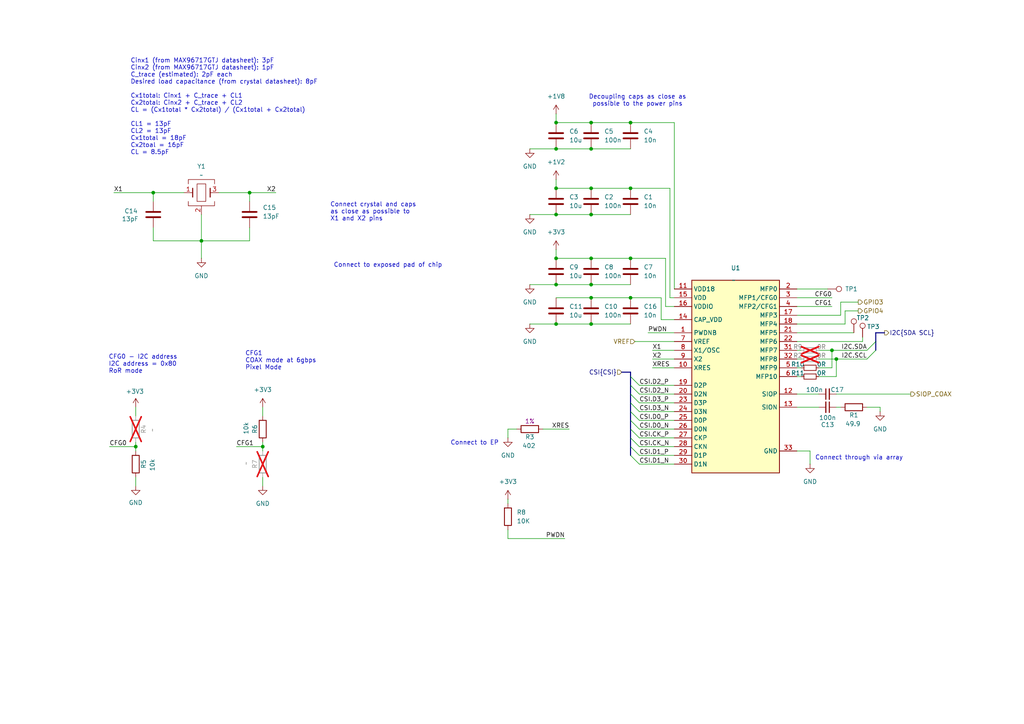
<source format=kicad_sch>
(kicad_sch (version 20231120) (generator "eeschema") (generator_version "8.0")
  (paper "A4")
  (lib_symbols
    (symbol "CameraServer_Symbols:EB2532YA08-25.000M_TR"
      (property "Reference" "Y" (at -0.762 8.128 0))
      (property "Value" "EB2532YA08-25.000M_TR" (at -11.684 5.842 0))
      (symbol "EB2532YA08-25.000M_TR_1_1"
        (polyline (pts (xy -2.54 1.27) (xy -2.54 -1.27)) (stroke (width 0.3)))
        (polyline (pts (xy 2.54 1.27) (xy 2.54 -1.27)) (stroke (width 0.3)))
        (polyline (pts (xy -3.81 2.54) (xy -3.81 3.81) (xy 3.81 3.81) (xy 3.81 2.54)))
        (polyline (pts (xy 3.81 -2.54) (xy 3.81 -3.81) (xy -3.81 -3.81) (xy -3.81 -2.54)))
        (polyline (pts (xy -1.27 -2.54) (xy -1.27 2.54) (xy 1.27 2.54) (xy 1.27 -2.54) (xy -1.27 -2.54)))
        (pin passive line (at -5.08 0 0) (length 2.54) (name "") (number "1"))
        (pin passive line (at 0 -6.35 90) (length 2.54) (name "") (number "2"))
        (pin passive line (at 5.08 0 180) (length 2.54) (name "") (number "3"))
        (pin passive line (at 0 -6.35 90) (length 2.54) hide (name "") (number "4"))
      )
    )
    (symbol "CameraServer_Symbols:MAX96717GTJ_VY+"
      (property "Reference" "IC" (at -0.762 29.718 0))
      (property "Value" "MAX96717GTJ_VY+" (at -8.636 27.686 0))
      (symbol "MAX96717GTJ_VY+_1_1"
        (rectangle (start -12.7 25.4) (end 12.7 -30.48) (stroke (width 0.254)) (fill (type background)))
        (pin passive line (at -17.78 10.16 0) (length 5.08) (name "PWDNB") (number "1"))
        (pin passive line (at -17.78 0 0) (length 5.08) (name "XRES") (number "10"))
        (pin passive line (at -17.78 22.86 0) (length 5.08) (name "VDD18") (number "11"))
        (pin passive line (at 17.78 -7.62 180) (length 5.08) (name "SIOP") (number "12"))
        (pin passive line (at 17.78 -11.43 180) (length 5.08) (name "SION") (number "13"))
        (pin passive line (at -17.78 13.97 0) (length 5.08) (name "CAP_VDD") (number "14"))
        (pin passive line (at -17.78 20.32 0) (length 5.08) (name "VDD") (number "15"))
        (pin passive line (at -17.78 17.78 0) (length 5.08) (name "VDDIO") (number "16"))
        (pin passive line (at 17.78 15.24 180) (length 5.08) (name "MFP3") (number "17"))
        (pin passive line (at 17.78 12.7 180) (length 5.08) (name "MFP4") (number "18"))
        (pin passive line (at -17.78 -5.08 0) (length 5.08) (name "D2P") (number "19"))
        (pin passive line (at 17.78 22.86 180) (length 5.08) (name "MFP0") (number "2"))
        (pin passive line (at -17.78 -7.62 0) (length 5.08) (name "D2N") (number "20"))
        (pin passive line (at 17.78 10.16 180) (length 5.08) (name "MFP5") (number "21"))
        (pin passive line (at 17.78 7.62 180) (length 5.08) (name "MFP6") (number "22"))
        (pin passive line (at -17.78 -10.16 0) (length 5.08) (name "D3P") (number "23"))
        (pin passive line (at -17.78 -12.7 0) (length 5.08) (name "D3N") (number "24"))
        (pin passive line (at -17.78 -15.24 0) (length 5.08) (name "D0P") (number "25"))
        (pin passive line (at -17.78 -17.78 0) (length 5.08) (name "D0N") (number "26"))
        (pin passive line (at -17.78 -20.32 0) (length 5.08) (name "CKP") (number "27"))
        (pin passive line (at -17.78 -22.86 0) (length 5.08) (name "CKN") (number "28"))
        (pin passive line (at -17.78 -25.4 0) (length 5.08) (name "D1P") (number "29"))
        (pin passive line (at 17.78 20.32 180) (length 5.08) (name "MFP1/CFG0") (number "3"))
        (pin passive line (at -17.78 -27.94 0) (length 5.08) (name "D1N") (number "30"))
        (pin passive line (at 17.78 5.08 180) (length 5.08) (name "MFP7") (number "31"))
        (pin passive line (at 17.78 2.54 180) (length 5.08) (name "MFP8") (number "32"))
        (pin passive line (at 17.78 -24.13 180) (length 5.08) (name "GND") (number "33"))
        (pin passive line (at 17.78 17.78 180) (length 5.08) (name "MFP2/CFG1") (number "4"))
        (pin passive line (at 17.78 0 180) (length 5.08) (name "MFP9") (number "5"))
        (pin passive line (at 17.78 -2.54 180) (length 5.08) (name "MFP10") (number "6"))
        (pin passive line (at -17.78 7.62 0) (length 5.08) (name "VREF") (number "7"))
        (pin passive line (at -17.78 5.08 0) (length 5.08) (name "X1/OSC") (number "8"))
        (pin passive line (at -17.78 2.54 0) (length 5.08) (name "X2") (number "9"))
      )
    )
    (symbol "Connector:TestPoint" (pin_numbers hide) (pin_names (offset 0.762) hide)
      (property "Reference" "TP" (at 0 6.858 0))
      (property "Value" "TestPoint" (at 0 5.08 0))
      (symbol "TestPoint_0_1"
        (circle (center 0 3.302) (radius 0.762))
      )
      (symbol "TestPoint_1_1"
        (pin passive line (at 0 0 90) (length 2.54) (name "1") (number "1"))
      )
    )
    (symbol "Device:C" (pin_numbers hide) (pin_names (offset 0.254))
      (property "Reference" "C" (at 0.635 2.54 0))
      (property "Value" "C" (at 0.635 -2.54 0))
      (symbol "C_0_1"
        (polyline (pts (xy -2.032 -0.762) (xy 2.032 -0.762)) (stroke (width 0.508)))
        (polyline (pts (xy -2.032 0.762) (xy 2.032 0.762)) (stroke (width 0.508)))
      )
      (symbol "C_1_1"
        (pin passive line (at 0 3.81 270) (length 2.794) (name "~") (number "1"))
        (pin passive line (at 0 -3.81 90) (length 2.794) (name "~") (number "2"))
      )
    )
    (symbol "Device:C_Small" (pin_numbers hide) (pin_names (offset 0.254) hide)
      (property "Reference" "C" (at 0.254 1.778 0))
      (property "Value" "C_Small" (at 0.254 -2.032 0))
      (symbol "C_Small_0_1"
        (polyline (pts (xy -1.524 -0.508) (xy 1.524 -0.508)) (stroke (width 0.3302)))
        (polyline (pts (xy -1.524 0.508) (xy 1.524 0.508)) (stroke (width 0.3048)))
      )
      (symbol "C_Small_1_1"
        (pin passive line (at 0 2.54 270) (length 2.032) (name "~") (number "1"))
        (pin passive line (at 0 -2.54 90) (length 2.032) (name "~") (number "2"))
      )
    )
    (symbol "Device:R" (pin_numbers hide) (pin_names (offset 0))
      (property "Reference" "R" (at 2.032 0 90))
      (property "Value" "R" (at 0 0 90))
      (symbol "R_0_1"
        (rectangle (start -1.016 -2.54) (end 1.016 2.54) (stroke (width 0.254)))
      )
      (symbol "R_1_1"
        (pin passive line (at 0 3.81 270) (length 1.27) (name "~") (number "1"))
        (pin passive line (at 0 -3.81 90) (length 1.27) (name "~") (number "2"))
      )
    )
    (symbol "Device:R_Small" (pin_numbers hide) (pin_names (offset 0.254) hide)
      (property "Reference" "R" (at 0.762 0.508 0))
      (property "Value" "R_Small" (at 0.762 -1.016 0))
      (symbol "R_Small_0_1"
        (rectangle (start -0.762 1.778) (end 0.762 -1.778) (stroke (width 0.2032)))
      )
      (symbol "R_Small_1_1"
        (pin passive line (at 0 2.54 270) (length 0.762) (name "~") (number "1"))
        (pin passive line (at 0 -2.54 90) (length 0.762) (name "~") (number "2"))
      )
    )
    (symbol "power:+1V2" (power) (pin_numbers hide) (pin_names (offset 0) hide)
      (property "Value" "+1V2" (at 0 3.556 0))
      (symbol "+1V2_0_1"
        (polyline (pts (xy -0.762 1.27) (xy 0 2.54)))
        (polyline (pts (xy 0 0) (xy 0 2.54)))
        (polyline (pts (xy 0 2.54) (xy 0.762 1.27)))
      )
      (symbol "+1V2_1_1"
        (pin power_in line (at 0 0 90) (length 0) (name "~") (number "1"))
      )
    )
    (symbol "power:+1V8" (power) (pin_numbers hide) (pin_names (offset 0) hide)
      (property "Value" "+1V8" (at 0 3.556 0))
      (symbol "+1V8_0_1"
        (polyline (pts (xy -0.762 1.27) (xy 0 2.54)))
        (polyline (pts (xy 0 0) (xy 0 2.54)))
        (polyline (pts (xy 0 2.54) (xy 0.762 1.27)))
      )
      (symbol "+1V8_1_1"
        (pin power_in line (at 0 0 90) (length 0) (name "~") (number "1"))
      )
    )
    (symbol "power:+3V3" (power) (pin_numbers hide) (pin_names (offset 0) hide)
      (property "Value" "+3V3" (at 0 3.556 0))
      (symbol "+3V3_0_1"
        (polyline (pts (xy -0.762 1.27) (xy 0 2.54)))
        (polyline (pts (xy 0 0) (xy 0 2.54)))
        (polyline (pts (xy 0 2.54) (xy 0.762 1.27)))
      )
      (symbol "+3V3_1_1"
        (pin power_in line (at 0 0 90) (length 0) (name "~") (number "1"))
      )
    )
    (symbol "power:GND" (power) (pin_numbers hide) (pin_names (offset 0) hide)
      (property "Value" "GND" (at 0 -3.81 0))
      (symbol "GND_0_1"
        (polyline (pts (xy 0 0) (xy 0 -1.27) (xy 1.27 -1.27) (xy 0 -2.54) (xy -1.27 -1.27) (xy 0 -1.27)))
      )
      (symbol "GND_1_1"
        (pin power_in line (at 0 0 270) (length 0) (name "~") (number "1"))
      )
    )
  )
  (bus_alias "CSI" (members "D0_P" "D0_N" "D1_P" "D1_N" "D2_P" "D2_N" "D3_P" "D3_N" "CK_P" "CK_N"))
  (bus_alias "I2C" (members "SDA" "SCL"))
  (junction (at 171.45 74.93))
  (junction (at 72.39 55.88))
  (junction (at 171.45 86.36))
  (junction (at 161.29 74.93))
  (junction (at 171.45 35.56))
  (junction (at 161.29 62.23))
  (junction (at 242.57 104.14))
  (junction (at 161.29 93.98))
  (junction (at 161.29 35.56))
  (junction (at 171.45 82.55))
  (junction (at 171.45 54.61))
  (junction (at 182.88 54.61))
  (junction (at 182.88 86.36))
  (junction (at 161.29 43.18))
  (junction (at 161.29 54.61))
  (junction (at 161.29 82.55))
  (junction (at 171.45 93.98))
  (junction (at 182.88 35.56))
  (junction (at 241.3 101.6))
  (junction (at 39.37 129.54))
  (junction (at 182.88 74.93))
  (junction (at 44.45 55.88))
  (junction (at 76.2 129.54))
  (junction (at 171.45 43.18))
  (junction (at 171.45 62.23))
  (junction (at 58.42 69.85))
  (bus_entry (at 182.88 111.76) (size 2.54 2.54))
  (bus_entry (at 182.88 114.3) (size 2.54 2.54))
  (bus_entry (at 182.88 116.84) (size 2.54 2.54))
  (bus_entry (at 182.88 109.22) (size 2.54 2.54))
  (bus_entry (at 182.88 129.54) (size 2.54 2.54))
  (bus_entry (at 182.88 121.92) (size 2.54 2.54))
  (bus_entry (at 254 99.06) (size -2.54 2.54))
  (bus_entry (at 254 101.6) (size -2.54 2.54))
  (bus_entry (at 182.88 119.38) (size 2.54 2.54))
  (bus_entry (at 182.88 127) (size 2.54 2.54))
  (bus_entry (at 182.88 124.46) (size 2.54 2.54))
  (bus_entry (at 182.88 132.08) (size 2.54 2.54))
  (wire (pts (xy 161.29 35.56) (xy 171.45 35.56)))
  (wire (pts (xy 171.45 43.18) (xy 182.88 43.18)))
  (wire (pts (xy 72.39 55.88) (xy 80.01 55.88)))
  (wire (pts (xy 231.14 130.81) (xy 234.95 130.81)))
  (wire (pts (xy 58.42 69.85) (xy 72.39 69.85)))
  (wire (pts (xy 193.04 74.93) (xy 193.04 88.9)))
  (wire (pts (xy 44.45 66.04) (xy 44.45 69.85)))
  (wire (pts (xy 171.45 35.56) (xy 182.88 35.56)))
  (wire (pts (xy 39.37 129.54) (xy 31.75 129.54)))
  (wire (pts (xy 237.49 118.11) (xy 231.14 118.11)))
  (wire (pts (xy 171.45 86.36) (xy 182.88 86.36)))
  (wire (pts (xy 39.37 129.54) (xy 39.37 130.81)))
  (wire (pts (xy 237.49 109.22) (xy 242.57 109.22)))
  (wire (pts (xy 185.42 127) (xy 195.58 127)))
  (bus (pts (xy 182.88 109.22) (xy 182.88 107.95)))
  (bus (pts (xy 182.88 114.3) (xy 182.88 111.76)))
  (bus (pts (xy 182.88 132.08) (xy 182.88 129.54)))
  (wire (pts (xy 76.2 138.43) (xy 76.2 140.97)))
  (wire (pts (xy 231.14 88.9) (xy 241.3 88.9)))
  (bus (pts (xy 182.88 107.95) (xy 180.34 107.95)))
  (wire (pts (xy 185.42 121.92) (xy 195.58 121.92)))
  (wire (pts (xy 39.37 138.43) (xy 39.37 140.97)))
  (wire (pts (xy 191.77 86.36) (xy 182.88 86.36)))
  (wire (pts (xy 185.42 124.46) (xy 195.58 124.46)))
  (wire (pts (xy 234.95 130.81) (xy 234.95 134.62)))
  (bus (pts (xy 182.88 119.38) (xy 182.88 116.84)))
  (bus (pts (xy 182.88 116.84) (xy 182.88 114.3)))
  (wire (pts (xy 187.96 96.52) (xy 195.58 96.52)))
  (wire (pts (xy 72.39 55.88) (xy 72.39 58.42)))
  (wire (pts (xy 231.14 101.6) (xy 232.41 101.6)))
  (wire (pts (xy 161.29 93.98) (xy 171.45 93.98)))
  (wire (pts (xy 195.58 35.56) (xy 182.88 35.56)))
  (wire (pts (xy 255.27 118.11) (xy 255.27 119.38)))
  (wire (pts (xy 185.42 116.84) (xy 195.58 116.84)))
  (wire (pts (xy 147.32 153.67) (xy 147.32 156.21)))
  (bus (pts (xy 182.88 127) (xy 182.88 124.46)))
  (wire (pts (xy 185.42 111.76) (xy 195.58 111.76)))
  (wire (pts (xy 231.14 96.52) (xy 247.65 96.52)))
  (wire (pts (xy 161.29 33.02) (xy 161.29 35.56)))
  (wire (pts (xy 243.84 87.63) (xy 248.92 87.63)))
  (wire (pts (xy 161.29 74.93) (xy 171.45 74.93)))
  (wire (pts (xy 39.37 118.11) (xy 39.37 120.65)))
  (wire (pts (xy 237.49 104.14) (xy 242.57 104.14)))
  (bus (pts (xy 254 99.06) (xy 254 101.6)))
  (wire (pts (xy 153.67 93.98) (xy 161.29 93.98)))
  (wire (pts (xy 161.29 62.23) (xy 171.45 62.23)))
  (wire (pts (xy 231.14 99.06) (xy 250.19 99.06)))
  (wire (pts (xy 44.45 55.88) (xy 44.45 58.42)))
  (wire (pts (xy 245.11 90.17) (xy 248.92 90.17)))
  (wire (pts (xy 242.57 109.22) (xy 242.57 104.14)))
  (wire (pts (xy 231.14 86.36) (xy 241.3 86.36)))
  (bus (pts (xy 182.88 124.46) (xy 182.88 121.92)))
  (wire (pts (xy 171.45 93.98) (xy 182.88 93.98)))
  (wire (pts (xy 195.58 83.82) (xy 195.58 35.56)))
  (wire (pts (xy 189.23 106.68) (xy 195.58 106.68)))
  (wire (pts (xy 245.11 93.98) (xy 231.14 93.98)))
  (wire (pts (xy 182.88 74.93) (xy 193.04 74.93)))
  (wire (pts (xy 76.2 129.54) (xy 76.2 130.81)))
  (wire (pts (xy 44.45 69.85) (xy 58.42 69.85)))
  (wire (pts (xy 194.31 86.36) (xy 195.58 86.36)))
  (wire (pts (xy 58.42 62.23) (xy 58.42 69.85)))
  (wire (pts (xy 72.39 66.04) (xy 72.39 69.85)))
  (wire (pts (xy 243.84 87.63) (xy 243.84 91.44)))
  (wire (pts (xy 245.11 90.17) (xy 245.11 93.98)))
  (wire (pts (xy 63.5 55.88) (xy 72.39 55.88)))
  (wire (pts (xy 58.42 69.85) (xy 58.42 74.93)))
  (wire (pts (xy 147.32 124.46) (xy 147.32 127)))
  (wire (pts (xy 231.14 104.14) (xy 232.41 104.14)))
  (wire (pts (xy 171.45 74.93) (xy 182.88 74.93)))
  (wire (pts (xy 39.37 128.27) (xy 39.37 129.54)))
  (wire (pts (xy 185.42 114.3) (xy 195.58 114.3)))
  (bus (pts (xy 182.88 121.92) (xy 182.88 119.38)))
  (wire (pts (xy 76.2 118.11) (xy 76.2 120.65)))
  (wire (pts (xy 185.42 129.54) (xy 195.58 129.54)))
  (wire (pts (xy 237.49 106.68) (xy 241.3 106.68)))
  (wire (pts (xy 241.3 101.6) (xy 251.46 101.6)))
  (wire (pts (xy 161.29 54.61) (xy 171.45 54.61)))
  (wire (pts (xy 161.29 43.18) (xy 171.45 43.18)))
  (wire (pts (xy 161.29 72.39) (xy 161.29 74.93)))
  (bus (pts (xy 254 96.52) (xy 254 99.06)))
  (wire (pts (xy 189.23 101.6) (xy 195.58 101.6)))
  (wire (pts (xy 191.77 92.71) (xy 191.77 86.36)))
  (wire (pts (xy 237.49 101.6) (xy 241.3 101.6)))
  (wire (pts (xy 237.49 114.3) (xy 231.14 114.3)))
  (wire (pts (xy 185.42 134.62) (xy 195.58 134.62)))
  (wire (pts (xy 171.45 54.61) (xy 182.88 54.61)))
  (wire (pts (xy 153.67 62.23) (xy 161.29 62.23)))
  (wire (pts (xy 171.45 86.36) (xy 161.29 86.36)))
  (wire (pts (xy 33.02 55.88) (xy 44.45 55.88)))
  (wire (pts (xy 171.45 62.23) (xy 182.88 62.23)))
  (wire (pts (xy 189.23 104.14) (xy 195.58 104.14)))
  (wire (pts (xy 242.57 118.11) (xy 243.84 118.11)))
  (wire (pts (xy 147.32 144.78) (xy 147.32 146.05)))
  (wire (pts (xy 161.29 82.55) (xy 171.45 82.55)))
  (wire (pts (xy 251.46 118.11) (xy 255.27 118.11)))
  (wire (pts (xy 195.58 92.71) (xy 191.77 92.71)))
  (wire (pts (xy 231.14 109.22) (xy 232.41 109.22)))
  (wire (pts (xy 241.3 106.68) (xy 241.3 101.6)))
  (wire (pts (xy 243.84 91.44) (xy 231.14 91.44)))
  (wire (pts (xy 194.31 54.61) (xy 182.88 54.61)))
  (wire (pts (xy 193.04 88.9) (xy 195.58 88.9)))
  (wire (pts (xy 163.83 156.21) (xy 147.32 156.21)))
  (wire (pts (xy 68.58 129.54) (xy 76.2 129.54)))
  (wire (pts (xy 161.29 52.07) (xy 161.29 54.61)))
  (wire (pts (xy 242.57 104.14) (xy 251.46 104.14)))
  (wire (pts (xy 185.42 132.08) (xy 195.58 132.08)))
  (wire (pts (xy 250.19 99.06) (xy 250.19 97.79)))
  (wire (pts (xy 185.42 119.38) (xy 195.58 119.38)))
  (wire (pts (xy 76.2 128.27) (xy 76.2 129.54)))
  (bus (pts (xy 182.88 111.76) (xy 182.88 109.22)))
  (wire (pts (xy 153.67 82.55) (xy 161.29 82.55)))
  (bus (pts (xy 254 96.52) (xy 256.54 96.52)))
  (wire (pts (xy 157.48 124.46) (xy 165.1 124.46)))
  (wire (pts (xy 44.45 55.88) (xy 53.34 55.88)))
  (wire (pts (xy 231.14 106.68) (xy 232.41 106.68)))
  (wire (pts (xy 153.67 43.18) (xy 161.29 43.18)))
  (wire (pts (xy 149.86 124.46) (xy 147.32 124.46)))
  (bus (pts (xy 182.88 129.54) (xy 182.88 127)))
  (wire (pts (xy 231.14 83.82) (xy 240.03 83.82)))
  (wire (pts (xy 194.31 54.61) (xy 194.31 86.36)))
  (wire (pts (xy 171.45 82.55) (xy 182.88 82.55)))
  (wire (pts (xy 184.15 99.06) (xy 195.58 99.06)))
  (wire (pts (xy 242.57 114.3) (xy 264.16 114.3)))
  (text "CFG1\nCOAX mode at 6gbps\nPixel Mode" (at 71.12 104.648 0) (effects (font (size 1.27 1.27)) (justify left)))
  (text "Connect through via array" (at 249.174 132.842 0) (effects (font (size 1.27 1.27))))
  (text "Connect to exposed pad of chip" (at 112.522 76.962 0) (effects (font (size 1.27 1.27))))
  (text "CFG0 - I2C address\nI2C address = 0x80\nRoR mode" (at 31.496 105.664 0) (effects (font (size 1.27 1.27)) (justify left)))
  (text "Cinx1 (from MAX96717GTJ datasheet): 3pF\nCinx2 (from MAX96717GTJ datasheet): 1pF\nC_trace (estimated): 2pF each\nDesired load capacitance (from crystal datasheet): 8pF\n\nCx1total: Cinx1 + C_trace + CL1\nCx2total: Cinx2 + C_trace + CL2\nCL = (Cx1total * Cx2total) / (Cx1total + Cx2total)\n\nCL1 = 13pF\nCL2 = 13pF\nCx1total = 18pF\nCx2toal = 16pF\nCL = 8.5pF" (at 37.846 30.988 0) (effects (font (size 1.27 1.27)) (justify left)))
  (text "Connect crystal and caps \nas close as possible to \nX1 and X2 pins" (at 95.758 61.468 0) (effects (font (size 1.27 1.27)) (justify left)))
  (text "Connect to EP" (at 137.668 128.524 0) (effects (font (size 1.27 1.27))))
  (text "Decoupling caps as close as\npossible to the power pins" (at 184.912 29.21 0) (effects (font (size 1.27 1.27))))
  (label "CSI.D1_N" (at 185.42 134.62 0))
  (label "CSI.D1_P" (at 185.42 132.08 0))
  (label "X2" (at 189.23 104.14 0))
  (label "PWDN" (at 163.83 156.21 180))
  (label "CSI.D2_N" (at 185.42 114.3 0))
  (label "CSI.D3_P" (at 185.42 116.84 0))
  (label "CFG0" (at 241.3 86.36 180))
  (label "CFG1" (at 68.58 129.54 0))
  (label "CSI.D0_P" (at 185.42 121.92 0))
  (label "CFG1" (at 241.3 88.9 180))
  (label "I2C.SDA" (at 251.46 101.6 180))
  (label "CSI.D0_N" (at 185.42 124.46 0))
  (label "X1" (at 33.02 55.88 0))
  (label "PWDN" (at 187.96 96.52 0))
  (label "CFG0" (at 31.75 129.54 0))
  (label "CSI.CK_P" (at 185.42 127 0))
  (label "CSI.D3_N" (at 185.42 119.38 0))
  (label "CSI.D2_P" (at 185.42 111.76 0))
  (label "X2" (at 80.01 55.88 180))
  (label "I2C.SCL" (at 251.46 104.14 180))
  (label "XRES" (at 189.23 106.68 0))
  (label "CSI.CK_N" (at 185.42 129.54 0))
  (label "XRES" (at 165.1 124.46 180))
  (label "X1" (at 189.23 101.6 0))
  (hierarchical_label "SIOP_COAX" (shape output) (at 264.16 114.3 0))
  (hierarchical_label "GPIO4" (shape output) (at 248.92 90.17 0))
  (hierarchical_label "I2C{SDA SCL}" (shape output) (at 256.54 96.52 0))
  (hierarchical_label "VREF" (shape input) (at 184.15 99.06 180))
  (hierarchical_label "CSI{CSI}" (shape input) (at 180.34 107.95 180))
  (hierarchical_label "GPIO3" (shape output) (at 248.92 87.63 0))
  (symbol (lib_id "Device:C") (at 171.45 39.37 0) (unit 1)
    (property "Reference" "C5" (at 175.26 38.0999 0) (effects (justify left)))
    (property "Value" "100n" (at 175.26 40.6399 0) (effects (justify left)))
    (property "Footprint" "Capacitor_SMD:C_0402_1005Metric_Pad0.74x0.62mm_HandSolder" (effects (hide yes)))
    (property "Description" "Unpolarized capacitor" (effects (hide yes)))
  )
  (symbol (lib_id "Device:C_Small") (at 240.03 118.11 270) (unit 1)
    (property "Reference" "C13" (at 240.03 123.19 90))
    (property "Value" "100n" (at 240.03 121.158 90))
    (property "Footprint" "Capacitor_SMD:C_0402_1005Metric_Pad0.74x0.62mm_HandSolder" (effects (hide yes)))
    (property "Description" "Unpolarized capacitor, small symbol" (effects (hide yes)))
  )
  (symbol (lib_id "Device:R_Small") (at 234.95 101.6 90) (unit 1) (in_bom no) (dnp yes)
    (property "Reference" "R9" (at 231.394 100.584 90))
    (property "Value" "0R" (at 238.252 100.584 90))
    (property "Footprint" "Resistor_SMD:R_0402_1005Metric_Pad0.72x0.64mm_HandSolder" (effects (hide yes)))
    (property "Description" "Resistor, small symbol" (effects (hide yes)))
  )
  (symbol (lib_id "power:GND") (at 153.67 82.55 0) (unit 1)
    (property "Reference" "#PWR06" (effects (hide yes)))
    (property "Value" "GND" (at 153.67 87.63 0))
    (property "Description" "Power symbol creates a global label with name \"GND\" , ground" (effects (hide yes)))
  )
  (symbol (lib_id "Device:C") (at 171.45 90.17 0) (unit 1)
    (property "Reference" "C10" (at 175.26 88.8999 0) (effects (justify left)))
    (property "Value" "100n" (at 175.26 91.4399 0) (effects (justify left)))
    (property "Footprint" "Capacitor_SMD:C_0402_1005Metric_Pad0.74x0.62mm_HandSolder" (effects (hide yes)))
    (property "Description" "Unpolarized capacitor" (effects (hide yes)))
  )
  (symbol (lib_id "Device:C") (at 171.45 58.42 0) (unit 1)
    (property "Reference" "C2" (at 175.26 57.1499 0) (effects (justify left)))
    (property "Value" "100n" (at 175.26 59.6899 0) (effects (justify left)))
    (property "Footprint" "Capacitor_SMD:C_0402_1005Metric_Pad0.74x0.62mm_HandSolder" (effects (hide yes)))
    (property "Description" "Unpolarized capacitor" (effects (hide yes)))
  )
  (symbol (lib_id "power:GND") (at 39.37 140.97 0) (unit 1)
    (property "Reference" "#PWR012" (effects (hide yes)))
    (property "Value" "GND" (at 41.402 145.796 0) (effects (justify right)))
    (property "Description" "Power symbol creates a global label with name \"GND\" , ground" (effects (hide yes)))
  )
  (symbol (lib_id "Device:R") (at 39.37 124.46 180) (unit 1) (in_bom no) (dnp yes)
    (property "Reference" "R4" (at 41.656 124.46 90))
    (property "Value" "~" (at 44.196 124.714 90))
    (property "Footprint" "Resistor_SMD:R_0402_1005Metric_Pad0.72x0.64mm_HandSolder" (effects (hide yes)))
    (property "Description" "Resistor" (effects (hide yes)))
  )
  (symbol (lib_id "Connector:TestPoint") (at 240.03 83.82 270) (unit 1)
    (property "Reference" "TP1" (at 245.11 83.82 90) (effects (justify left)))
    (property "Value" "TestPoint" (effects (hide yes)))
    (property "Footprint" "TestPoint:TestPoint_Pad_D1.0mm" (effects (hide yes)))
    (property "Description" "test point" (effects (hide yes)))
  )
  (symbol (lib_id "CameraServer_Symbols:EB2532YA08-25.000M_TR") (at 58.42 55.88 0) (unit 1)
    (property "Reference" "Y1" (at 58.42 48.26 0))
    (property "Value" "~" (at 58.42 50.8 0))
    (property "Footprint" "CameraServer_Footprints:EB2532YA08-25.000M_TR" (effects (hide yes)))
    (property "Datasheet" "https://abracon.com/datasheets/Ecliptek/EB2532.pdf" (effects (hide yes)))
    (property "Description" "Resonators 25MHz 30ppm 8pF -40+125C AEC-Q200" (effects (hide yes)))
    (property "Height" "0.8" (effects (hide yes)))
    (property "Mouser Part Number" "669-EB2532YA08-25T" (effects (hide yes)))
    (property "Mouser Price/Stock" "https://www.mouser.co.uk/ProductDetail/Ecliptek-Abracon/EB2532YA08-25.000M-TR?qs=uwxL4vQweFM%252B744FX6du8g%3D%3D" (effects (hide yes)))
    (property "Manufacturer_Name" "Ecliptek" (effects (hide yes)))
    (property "Manufacturer_Part_Number" "EB2532YA08-25.000M TR" (effects (hide yes)))
  )
  (symbol (lib_id "power:GND") (at 153.67 93.98 0) (unit 1)
    (property "Reference" "#PWR07" (effects (hide yes)))
    (property "Value" "GND" (at 153.67 99.06 0))
    (property "Description" "Power symbol creates a global label with name \"GND\" , ground" (effects (hide yes)))
  )
  (symbol (lib_id "Device:C") (at 161.29 78.74 0) (unit 1)
    (property "Reference" "C9" (at 165.1 77.4699 0) (effects (justify left)))
    (property "Value" "10u" (at 165.1 80.0099 0) (effects (justify left)))
    (property "Footprint" "Capacitor_SMD:C_0402_1005Metric_Pad0.74x0.62mm_HandSolder" (effects (hide yes)))
    (property "Description" "Unpolarized capacitor" (effects (hide yes)))
  )
  (symbol (lib_id "Device:R_Small") (at 234.95 104.14 90) (unit 1) (in_bom no) (dnp yes)
    (property "Reference" "R2" (at 231.394 103.124 90))
    (property "Value" "0R" (at 238.252 103.124 90))
    (property "Footprint" "Resistor_SMD:R_0402_1005Metric_Pad0.72x0.64mm_HandSolder" (effects (hide yes)))
    (property "Description" "Resistor, small symbol" (effects (hide yes)))
  )
  (symbol (lib_id "Device:C_Small") (at 240.03 114.3 90) (unit 1)
    (property "Reference" "C17" (at 242.824 113.03 90))
    (property "Value" "100n" (at 236.22 113.03 90))
    (property "Footprint" "Capacitor_SMD:C_0402_1005Metric_Pad0.74x0.62mm_HandSolder" (effects (hide yes)))
    (property "Description" "Unpolarized capacitor, small symbol" (effects (hide yes)))
  )
  (symbol (lib_id "power:GND") (at 153.67 62.23 0) (unit 1)
    (property "Reference" "#PWR02" (effects (hide yes)))
    (property "Value" "GND" (at 153.67 67.31 0))
    (property "Description" "Power symbol creates a global label with name \"GND\" , ground" (effects (hide yes)))
  )
  (symbol (lib_id "Device:R") (at 147.32 149.86 0) (unit 1)
    (property "Reference" "R8" (at 149.86 148.5899 0) (effects (justify left)))
    (property "Value" "10K" (at 149.86 151.1299 0) (effects (justify left)))
    (property "Footprint" "Resistor_SMD:R_0402_1005Metric_Pad0.72x0.64mm_HandSolder" (effects (hide yes)))
    (property "Description" "Resistor" (effects (hide yes)))
  )
  (symbol (lib_id "Device:R") (at 76.2 134.62 0) (unit 1) (in_bom no) (dnp yes)
    (property "Reference" "R7" (at 73.914 134.62 90))
    (property "Value" "~" (at 71.374 134.366 90))
    (property "Footprint" "Resistor_SMD:R_0402_1005Metric_Pad0.72x0.64mm_HandSolder" (effects (hide yes)))
    (property "Description" "Resistor" (effects (hide yes)))
  )
  (symbol (lib_id "power:+1V8") (at 161.29 33.02 0) (unit 1)
    (property "Reference" "#PWR03" (effects (hide yes)))
    (property "Value" "+1V8" (at 161.29 27.94 0))
    (property "Description" "Power symbol creates a global label with name \"+1V8\"" (effects (hide yes)))
  )
  (symbol (lib_id "Device:R_Small") (at 234.95 106.68 90) (unit 1)
    (property "Reference" "R10" (at 231.394 105.664 90))
    (property "Value" "0R" (at 238.252 105.664 90))
    (property "Footprint" "Resistor_SMD:R_0402_1005Metric_Pad0.72x0.64mm_HandSolder" (effects (hide yes)))
    (property "Description" "Resistor, small symbol" (effects (hide yes)))
  )
  (symbol (lib_id "Device:C") (at 182.88 90.17 0) (unit 1)
    (property "Reference" "C16" (at 186.69 88.8999 0) (effects (justify left)))
    (property "Value" "10n" (at 186.69 91.4399 0) (effects (justify left)))
    (property "Footprint" "Capacitor_SMD:C_0402_1005Metric_Pad0.74x0.62mm_HandSolder" (effects (hide yes)))
    (property "Description" "Unpolarized capacitor" (effects (hide yes)))
  )
  (symbol (lib_id "Device:C") (at 171.45 78.74 0) (unit 1)
    (property "Reference" "C8" (at 175.26 77.4699 0) (effects (justify left)))
    (property "Value" "100n" (at 175.26 80.0099 0) (effects (justify left)))
    (property "Footprint" "Capacitor_SMD:C_0402_1005Metric_Pad0.74x0.62mm_HandSolder" (effects (hide yes)))
    (property "Description" "Unpolarized capacitor" (effects (hide yes)))
  )
  (symbol (lib_id "Device:R_Small") (at 234.95 109.22 90) (unit 1)
    (property "Reference" "R11" (at 231.394 108.204 90))
    (property "Value" "0R" (at 238.252 108.204 90))
    (property "Footprint" "Resistor_SMD:R_0402_1005Metric_Pad0.72x0.64mm_HandSolder" (effects (hide yes)))
    (property "Description" "Resistor, small symbol" (effects (hide yes)))
  )
  (symbol (lib_id "Device:C") (at 161.29 58.42 0) (unit 1)
    (property "Reference" "C3" (at 165.1 57.1499 0) (effects (justify left)))
    (property "Value" "10u" (at 165.1 59.6899 0) (effects (justify left)))
    (property "Footprint" "Capacitor_SMD:C_0402_1005Metric_Pad0.74x0.62mm_HandSolder" (effects (hide yes)))
    (property "Description" "Unpolarized capacitor" (effects (hide yes)))
  )
  (symbol (lib_id "Device:R") (at 153.67 124.46 90) (unit 1)
    (property "Reference" "R3" (at 153.67 126.746 90))
    (property "Value" "402" (at 153.416 129.286 90))
    (property "Footprint" "Resistor_SMD:R_0402_1005Metric" (effects (hide yes)))
    (property "Description" "Resistor" (effects (hide yes)))
    (property "Tolerance" "1%" (at 153.67 122.174 90))
  )
  (symbol (lib_id "Connector:TestPoint") (at 250.19 97.79 0) (unit 1)
    (property "Reference" "TP3" (at 251.46 94.742 0) (effects (justify left)))
    (property "Value" "TestPoint" (effects (hide yes)))
    (property "Footprint" "TestPoint:TestPoint_Pad_D1.0mm" (effects (hide yes)))
    (property "Description" "test point" (effects (hide yes)))
  )
  (symbol (lib_id "power:GND") (at 153.67 43.18 0) (unit 1)
    (property "Reference" "#PWR04" (effects (hide yes)))
    (property "Value" "GND" (at 153.67 48.26 0))
    (property "Description" "Power symbol creates a global label with name \"GND\" , ground" (effects (hide yes)))
  )
  (symbol (lib_id "Device:C") (at 72.39 62.23 0) (unit 1)
    (property "Reference" "C15" (at 76.2 60.198 0) (effects (justify left)))
    (property "Value" "13pF" (at 76.2 62.738 0) (effects (justify left)))
    (property "Footprint" "Capacitor_SMD:C_0402_1005Metric" (effects (hide yes)))
    (property "Datasheet" "https://content.kemet.com/datasheets/KEM_C1030_CBR_SMD.pdf" (effects (hide yes)))
    (property "Description" "Unpolarized capacitor" (effects (hide yes)))
  )
  (symbol (lib_id "power:+3V3") (at 161.29 72.39 0) (unit 1)
    (property "Reference" "#PWR05" (effects (hide yes)))
    (property "Value" "+3V3" (at 161.29 67.31 0))
    (property "Description" "Power symbol creates a global label with name \"+3V3\"" (effects (hide yes)))
  )
  (symbol (lib_id "Device:R") (at 76.2 124.46 0) (unit 1)
    (property "Reference" "R6" (at 73.914 124.46 90))
    (property "Value" "10k" (at 71.374 124.206 90))
    (property "Footprint" "Resistor_SMD:R_0402_1005Metric_Pad0.72x0.64mm_HandSolder" (effects (hide yes)))
    (property "Description" "Resistor" (effects (hide yes)))
  )
  (symbol (lib_id "power:GND") (at 58.42 74.93 0) (unit 1)
    (property "Reference" "#PWR09" (effects (hide yes)))
    (property "Value" "GND" (at 58.42 80.01 0))
    (property "Description" "Power symbol creates a global label with name \"GND\" , ground" (effects (hide yes)))
  )
  (symbol (lib_id "power:GND") (at 147.32 127 0) (unit 1)
    (property "Reference" "#PWR08" (effects (hide yes)))
    (property "Value" "GND" (at 147.32 132.08 0))
    (property "Description" "Power symbol creates a global label with name \"GND\" , ground" (effects (hide yes)))
  )
  (symbol (lib_id "Device:C") (at 161.29 39.37 0) (unit 1)
    (property "Reference" "C6" (at 165.1 38.0999 0) (effects (justify left)))
    (property "Value" "10u" (at 165.1 40.6399 0) (effects (justify left)))
    (property "Footprint" "Capacitor_SMD:C_0402_1005Metric_Pad0.74x0.62mm_HandSolder" (effects (hide yes)))
    (property "Description" "Unpolarized capacitor" (effects (hide yes)))
  )
  (symbol (lib_id "power:+3V3") (at 39.37 118.11 0) (unit 1)
    (property "Reference" "#PWR010" (effects (hide yes)))
    (property "Value" "+3V3" (at 39.116 113.538 0))
    (property "Description" "Power symbol creates a global label with name \"+3V3\"" (effects (hide yes)))
  )
  (symbol (lib_id "CameraServer_Symbols:MAX96717GTJ_VY+") (at 213.36 106.68 0) (unit 1)
    (property "Reference" "U1" (at 213.36 77.724 0))
    (property "Value" "~" (at 212.8014 81.28 0))
    (property "Footprint" "CameraServer_Footprints:QFN50P500X500X80-33N" (effects (hide yes)))
    (property "Datasheet" "https://www.analog.com/en/products/max96717.html" (effects (hide yes)))
    (property "Description" "SERIALIZER, 2.5GBPS, SWTQFN-EP-32 ROHS COMPLIANT: YES" (effects (hide yes)))
    (property "Height" "0.8" (effects (hide yes)))
    (property "Manufacturer_Name" "Analog Devices" (effects (hide yes)))
    (property "Manufacturer_Part_Number" "MAX96717GTJ/VY+" (effects (hide yes)))
    (property "Mouser Part Number" "700-MAX96717GTJ/VY+" (effects (hide yes)))
    (property "Mouser Price/Stock" "https://www.mouser.co.uk/ProductDetail/Analog-Devices-Maxim-Integrated/MAX96717GTJ-VY%2b?qs=Znm5pLBrcAJKaivWXMkifg%3D%3D" (effects (hide yes)))
    (property "Arrow Part Number" "MAX96717GTJ/VY+" (effects (hide yes)))
    (property "Arrow Price/Stock" "https://www.arrow.com/en/products/max96717gtjvy/analog-devices?region=nac" (effects (hide yes)))
  )
  (symbol (lib_id "Device:R") (at 247.65 118.11 90) (unit 1)
    (property "Reference" "R1" (at 247.65 120.396 90))
    (property "Value" "49.9" (at 247.396 122.936 90))
    (property "Footprint" "Resistor_SMD:R_0402_1005Metric" (effects (hide yes)))
    (property "Description" "Resistor" (effects (hide yes)))
  )
  (symbol (lib_id "Device:C") (at 182.88 58.42 0) (unit 1)
    (property "Reference" "C1" (at 186.69 57.1499 0) (effects (justify left)))
    (property "Value" "10n" (at 186.69 59.6899 0) (effects (justify left)))
    (property "Footprint" "Capacitor_SMD:C_0402_1005Metric_Pad0.74x0.62mm_HandSolder" (effects (hide yes)))
    (property "Description" "Unpolarized capacitor" (effects (hide yes)))
  )
  (symbol (lib_id "Device:C") (at 44.45 62.23 0) (unit 1)
    (property "Reference" "C14" (at 36.068 61.214 0) (effects (justify left)))
    (property "Value" "13pF" (at 35.306 63.5 0) (effects (justify left)))
    (property "Footprint" "Capacitor_SMD:C_0402_1005Metric" (effects (hide yes)))
    (property "Datasheet" "https://content.kemet.com/datasheets/KEM_C1030_CBR_SMD.pdf" (effects (hide yes)))
    (property "Description" "Unpolarized capacitor" (effects (hide yes)))
  )
  (symbol (lib_id "Connector:TestPoint") (at 247.65 96.52 0) (unit 1)
    (property "Reference" "TP2" (at 248.412 92.202 0) (effects (justify left)))
    (property "Value" "TestPoint" (effects (hide yes)))
    (property "Footprint" "TestPoint:TestPoint_Pad_D1.0mm" (effects (hide yes)))
    (property "Description" "test point" (effects (hide yes)))
  )
  (symbol (lib_id "Device:C") (at 182.88 39.37 0) (unit 1)
    (property "Reference" "C4" (at 186.69 38.0999 0) (effects (justify left)))
    (property "Value" "10n" (at 186.69 40.6399 0) (effects (justify left)))
    (property "Footprint" "Capacitor_SMD:C_0402_1005Metric_Pad0.74x0.62mm_HandSolder" (effects (hide yes)))
    (property "Description" "Unpolarized capacitor" (effects (hide yes)))
  )
  (symbol (lib_id "Device:C") (at 182.88 78.74 0) (unit 1)
    (property "Reference" "C7" (at 186.69 77.4699 0) (effects (justify left)))
    (property "Value" "10n" (at 186.69 80.0099 0) (effects (justify left)))
    (property "Footprint" "Capacitor_SMD:C_0402_1005Metric_Pad0.74x0.62mm_HandSolder" (effects (hide yes)))
    (property "Description" "Unpolarized capacitor" (effects (hide yes)))
  )
  (symbol (lib_id "power:GND") (at 234.95 134.62 0) (unit 1)
    (property "Reference" "#PWR014" (effects (hide yes)))
    (property "Value" "GND" (at 234.95 139.7 0))
    (property "Description" "Power symbol creates a global label with name \"GND\" , ground" (effects (hide yes)))
  )
  (symbol (lib_id "Device:C") (at 161.29 90.17 0) (unit 1)
    (property "Reference" "C11" (at 165.1 88.8999 0) (effects (justify left)))
    (property "Value" "10u" (at 165.1 91.4399 0) (effects (justify left)))
    (property "Footprint" "Capacitor_SMD:C_0402_1005Metric_Pad0.74x0.62mm_HandSolder" (effects (hide yes)))
    (property "Description" "Unpolarized capacitor" (effects (hide yes)))
  )
  (symbol (lib_id "power:GND") (at 255.27 119.38 0) (unit 1)
    (property "Reference" "#PWR015" (effects (hide yes)))
    (property "Value" "GND" (at 255.27 124.46 0))
    (property "Description" "Power symbol creates a global label with name \"GND\" , ground" (effects (hide yes)))
  )
  (symbol (lib_id "Device:R") (at 39.37 134.62 180) (unit 1)
    (property "Reference" "R5" (at 41.656 134.62 90))
    (property "Value" "10k" (at 44.196 134.874 90))
    (property "Footprint" "Resistor_SMD:R_0402_1005Metric" (effects (hide yes)))
    (property "Description" "Resistor" (effects (hide yes)))
  )
  (symbol (lib_id "power:+3V3") (at 76.2 118.11 0) (unit 1)
    (property "Reference" "#PWR011" (effects (hide yes)))
    (property "Value" "+3V3" (at 76.2 113.03 0))
    (property "Description" "Power symbol creates a global label with name \"+3V3\"" (effects (hide yes)))
  )
  (symbol (lib_id "power:+3V3") (at 147.32 144.78 0) (unit 1)
    (property "Reference" "#PWR017" (effects (hide yes)))
    (property "Value" "+3V3" (at 147.32 139.7 0))
    (property "Description" "Power symbol creates a global label with name \"+3V3\"" (effects (hide yes)))
  )
  (symbol (lib_id "power:GND") (at 76.2 140.97 0) (unit 1)
    (property "Reference" "#PWR013" (effects (hide yes)))
    (property "Value" "GND" (at 76.2 146.05 0))
    (property "Description" "Power symbol creates a global label with name \"GND\" , ground" (effects (hide yes)))
  )
  (symbol (lib_id "power:+1V2") (at 161.29 52.07 0) (unit 1)
    (property "Reference" "#PWR01" (effects (hide yes)))
    (property "Value" "+1V2" (at 161.29 46.99 0))
    (property "Description" "Power symbol creates a global label with name \"+1V2\"" (effects (hide yes)))
  )
)
</source>
